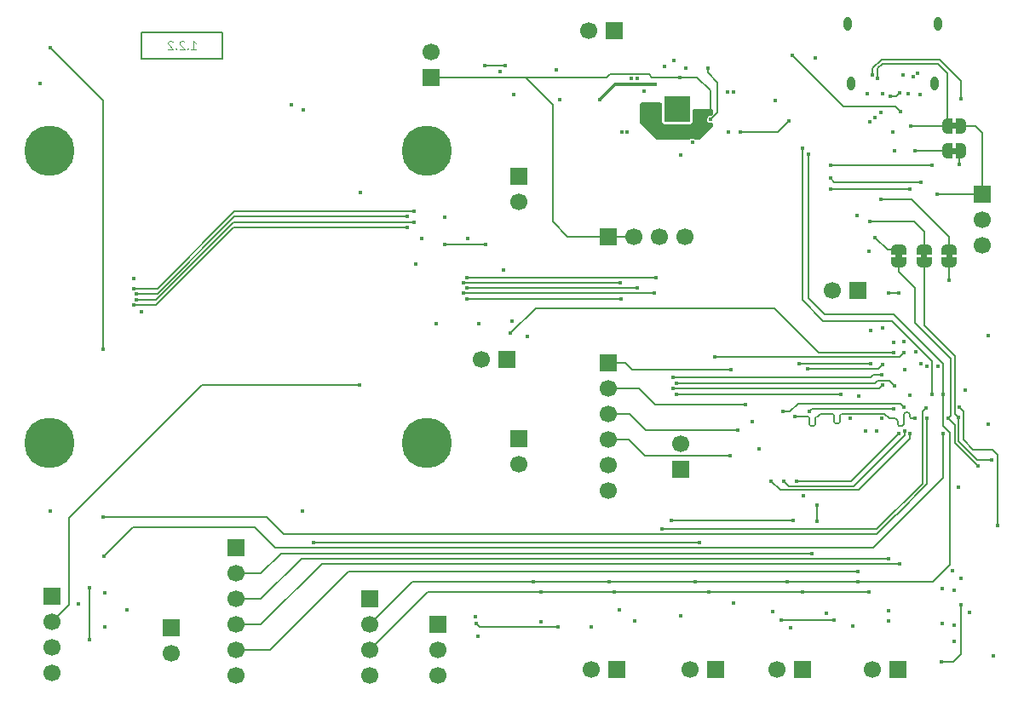
<source format=gbr>
%TF.GenerationSoftware,KiCad,Pcbnew,9.0.6+1*%
%TF.CreationDate,2025-12-31T10:00:21+00:00*%
%TF.ProjectId,ZSWatch-Watch-DevKit,5a535761-7463-4682-9d57-617463682d44,1.2.2*%
%TF.SameCoordinates,Original*%
%TF.FileFunction,Copper,L4,Bot*%
%TF.FilePolarity,Positive*%
%FSLAX46Y46*%
G04 Gerber Fmt 4.6, Leading zero omitted, Abs format (unit mm)*
G04 Created by KiCad (PCBNEW 9.0.6+1) date 2025-12-31 10:00:21*
%MOMM*%
%LPD*%
G01*
G04 APERTURE LIST*
G04 Aperture macros list*
%AMFreePoly0*
4,1,23,0.500000,-0.750000,0.000000,-0.750000,0.000000,-0.745722,-0.065263,-0.745722,-0.191342,-0.711940,-0.304381,-0.646677,-0.396677,-0.554381,-0.461940,-0.441342,-0.495722,-0.315263,-0.495722,-0.250000,-0.500000,-0.250000,-0.500000,0.250000,-0.495722,0.250000,-0.495722,0.315263,-0.461940,0.441342,-0.396677,0.554381,-0.304381,0.646677,-0.191342,0.711940,-0.065263,0.745722,0.000000,0.745722,
0.000000,0.750000,0.500000,0.750000,0.500000,-0.750000,0.500000,-0.750000,$1*%
%AMFreePoly1*
4,1,23,0.000000,0.745722,0.065263,0.745722,0.191342,0.711940,0.304381,0.646677,0.396677,0.554381,0.461940,0.441342,0.495722,0.315263,0.495722,0.250000,0.500000,0.250000,0.500000,-0.250000,0.495722,-0.250000,0.495722,-0.315263,0.461940,-0.441342,0.396677,-0.554381,0.304381,-0.646677,0.191342,-0.711940,0.065263,-0.745722,0.000000,-0.745722,0.000000,-0.750000,-0.500000,-0.750000,
-0.500000,0.750000,0.000000,0.750000,0.000000,0.745722,0.000000,0.745722,$1*%
G04 Aperture macros list end*
%TA.AperFunction,NonConductor*%
%ADD10C,0.200000*%
%TD*%
%ADD11C,0.120000*%
%TA.AperFunction,NonConductor*%
%ADD12C,0.120000*%
%TD*%
%TA.AperFunction,EtchedComponent*%
%ADD13C,0.000000*%
%TD*%
%TA.AperFunction,ComponentPad*%
%ADD14R,1.700000X1.700000*%
%TD*%
%TA.AperFunction,ComponentPad*%
%ADD15C,1.700000*%
%TD*%
%TA.AperFunction,ComponentPad*%
%ADD16C,0.500000*%
%TD*%
%TA.AperFunction,SMDPad,CuDef*%
%ADD17R,2.500000X2.500000*%
%TD*%
%TA.AperFunction,ComponentPad*%
%ADD18C,2.900000*%
%TD*%
%TA.AperFunction,ConnectorPad*%
%ADD19C,5.000000*%
%TD*%
%TA.AperFunction,HeatsinkPad*%
%ADD20O,0.800000X1.400000*%
%TD*%
%TA.AperFunction,SMDPad,CuDef*%
%ADD21FreePoly0,0.000000*%
%TD*%
%TA.AperFunction,SMDPad,CuDef*%
%ADD22FreePoly1,0.000000*%
%TD*%
%TA.AperFunction,SMDPad,CuDef*%
%ADD23FreePoly0,270.000000*%
%TD*%
%TA.AperFunction,SMDPad,CuDef*%
%ADD24FreePoly1,270.000000*%
%TD*%
%TA.AperFunction,ViaPad*%
%ADD25C,0.450000*%
%TD*%
%TA.AperFunction,Conductor*%
%ADD26C,0.200000*%
%TD*%
%TA.AperFunction,Conductor*%
%ADD27C,0.170000*%
%TD*%
%TA.AperFunction,Conductor*%
%ADD28C,0.127000*%
%TD*%
%TA.AperFunction,Conductor*%
%ADD29C,0.300000*%
%TD*%
G04 APERTURE END LIST*
D10*
X172100000Y-116200000D02*
X180200000Y-116200000D01*
X180200000Y-118800000D01*
X172100000Y-118800000D01*
X172100000Y-116200000D01*
D11*
D12*
X177064285Y-117863855D02*
X177521428Y-117863855D01*
X177292856Y-117863855D02*
X177292856Y-117063855D01*
X177292856Y-117063855D02*
X177369047Y-117178140D01*
X177369047Y-117178140D02*
X177445237Y-117254331D01*
X177445237Y-117254331D02*
X177521428Y-117292426D01*
X176721427Y-117787664D02*
X176683332Y-117825760D01*
X176683332Y-117825760D02*
X176721427Y-117863855D01*
X176721427Y-117863855D02*
X176759523Y-117825760D01*
X176759523Y-117825760D02*
X176721427Y-117787664D01*
X176721427Y-117787664D02*
X176721427Y-117863855D01*
X176378571Y-117140045D02*
X176340475Y-117101950D01*
X176340475Y-117101950D02*
X176264285Y-117063855D01*
X176264285Y-117063855D02*
X176073809Y-117063855D01*
X176073809Y-117063855D02*
X175997618Y-117101950D01*
X175997618Y-117101950D02*
X175959523Y-117140045D01*
X175959523Y-117140045D02*
X175921428Y-117216236D01*
X175921428Y-117216236D02*
X175921428Y-117292426D01*
X175921428Y-117292426D02*
X175959523Y-117406712D01*
X175959523Y-117406712D02*
X176416666Y-117863855D01*
X176416666Y-117863855D02*
X175921428Y-117863855D01*
X175578570Y-117787664D02*
X175540475Y-117825760D01*
X175540475Y-117825760D02*
X175578570Y-117863855D01*
X175578570Y-117863855D02*
X175616666Y-117825760D01*
X175616666Y-117825760D02*
X175578570Y-117787664D01*
X175578570Y-117787664D02*
X175578570Y-117863855D01*
X175235714Y-117140045D02*
X175197618Y-117101950D01*
X175197618Y-117101950D02*
X175121428Y-117063855D01*
X175121428Y-117063855D02*
X174930952Y-117063855D01*
X174930952Y-117063855D02*
X174854761Y-117101950D01*
X174854761Y-117101950D02*
X174816666Y-117140045D01*
X174816666Y-117140045D02*
X174778571Y-117216236D01*
X174778571Y-117216236D02*
X174778571Y-117292426D01*
X174778571Y-117292426D02*
X174816666Y-117406712D01*
X174816666Y-117406712D02*
X175273809Y-117863855D01*
X175273809Y-117863855D02*
X174778571Y-117863855D01*
D13*
%TA.AperFunction,EtchedComponent*%
%TO.C,JP605*%
G36*
X253150000Y-128300000D02*
G01*
X252650000Y-128300000D01*
X252650000Y-127700000D01*
X253150000Y-127700000D01*
X253150000Y-128300000D01*
G37*
%TD.AperFunction*%
%TA.AperFunction,EtchedComponent*%
%TO.C,JP602*%
G36*
X250200000Y-138700000D02*
G01*
X249600000Y-138700000D01*
X249600000Y-138200000D01*
X250200000Y-138200000D01*
X250200000Y-138700000D01*
G37*
%TD.AperFunction*%
%TA.AperFunction,EtchedComponent*%
%TO.C,JP604*%
G36*
X253150000Y-125800000D02*
G01*
X252650000Y-125800000D01*
X252650000Y-125200000D01*
X253150000Y-125200000D01*
X253150000Y-125800000D01*
G37*
%TD.AperFunction*%
%TA.AperFunction,EtchedComponent*%
%TO.C,JP603*%
G36*
X252700000Y-138700000D02*
G01*
X252100000Y-138700000D01*
X252100000Y-138200000D01*
X252700000Y-138200000D01*
X252700000Y-138700000D01*
G37*
%TD.AperFunction*%
%TA.AperFunction,EtchedComponent*%
%TO.C,JP601*%
G36*
X247700000Y-138700000D02*
G01*
X247100000Y-138700000D01*
X247100000Y-138200000D01*
X247700000Y-138200000D01*
X247700000Y-138700000D01*
G37*
%TD.AperFunction*%
%TD*%
D14*
%TO.P,X508,1,Pin_1*%
%TO.N,/Project Architecture/Power Management/VSYS*%
X200900000Y-120700000D03*
D15*
%TO.P,X508,2,Pin_2*%
%TO.N,Net-(IC505-VDD)*%
X200900000Y-118160000D03*
%TD*%
D16*
%TO.P,IC401,33,GND*%
%TO.N,GND*%
X224387790Y-122830400D03*
X224387790Y-123830400D03*
X224387790Y-124830400D03*
X225387790Y-122830400D03*
X225387790Y-123830400D03*
D17*
X225387790Y-123830400D03*
D16*
X225387790Y-124830400D03*
X226387790Y-122830400D03*
X226387790Y-123830400D03*
X226387790Y-124830400D03*
%TD*%
D14*
%TO.P,X503,1,Pin_1*%
%TO.N,/Project Architecture/Peripherals/VMIC*%
X175100000Y-175400000D03*
D15*
%TO.P,X503,2,Pin_2*%
%TO.N,Net-(MK501-VDD)*%
X175100000Y-177940000D03*
%TD*%
D18*
%TO.P,REF\u002A\u002A,1*%
%TO.N,N/C*%
X200500000Y-157000000D03*
D19*
X200500000Y-157000000D03*
%TD*%
D14*
%TO.P,X610,1,Pin_1*%
%TO.N,+3V0*%
X209600000Y-156600000D03*
D15*
%TO.P,X610,2,Pin_2*%
%TO.N,Net-(X608-LEDA1)*%
X209600000Y-159140000D03*
%TD*%
D14*
%TO.P,X403,1,Pin_1*%
%TO.N,+1V8*%
X163200000Y-172220000D03*
D15*
%TO.P,X403,2,Pin_2*%
%TO.N,+3V0*%
X163200000Y-174760000D03*
%TO.P,X403,3,Pin_3*%
%TO.N,/Project Architecture/Power Management/VSYS*%
X163200000Y-177300000D03*
%TO.P,X403,4,Pin_4*%
%TO.N,GND*%
X163200000Y-179840000D03*
%TD*%
D14*
%TO.P,X504,1,Pin_1*%
%TO.N,+1V8*%
X194800000Y-172490000D03*
D15*
%TO.P,X504,2,Pin_2*%
%TO.N,/Project Architecture/MCU/SDA*%
X194800000Y-175030000D03*
%TO.P,X504,3,Pin_3*%
%TO.N,/Project Architecture/MCU/SCL*%
X194800000Y-177570000D03*
%TO.P,X504,4,Pin_4*%
%TO.N,GND*%
X194800000Y-180110000D03*
%TD*%
D14*
%TO.P,X606,1,Pin_1*%
%TO.N,+1V8*%
X225700000Y-159640000D03*
D15*
%TO.P,X606,2,Pin_2*%
%TO.N,Net-(IC603-VCC)*%
X225700000Y-157100000D03*
%TD*%
D14*
%TO.P,X401,1,Pin_1*%
%TO.N,/Project Architecture/Peripherals/VBAT*%
X219100000Y-116000000D03*
D15*
%TO.P,X401,2,Pin_2*%
%TO.N,GND*%
X216560000Y-116000000D03*
%TD*%
D14*
%TO.P,X501,1,Pin_1*%
%TO.N,+1V8*%
X229200000Y-179500000D03*
D15*
%TO.P,X501,2,Pin_2*%
%TO.N,Net-(IC501-VDD)*%
X226660000Y-179500000D03*
%TD*%
D14*
%TO.P,X502,1,Pin_1*%
%TO.N,+1V8*%
X181500000Y-167460000D03*
D15*
%TO.P,X502,2,Pin_2*%
%TO.N,/Project Architecture/MCU/MCLK*%
X181500000Y-170000000D03*
%TO.P,X502,3,Pin_3*%
%TO.N,/Project Architecture/MCU/WS*%
X181500000Y-172540000D03*
%TO.P,X502,4,Pin_4*%
%TO.N,/Project Architecture/MCU/Data*%
X181500000Y-175080000D03*
%TO.P,X502,5,Pin_5*%
%TO.N,/Project Architecture/MCU/GPIO*%
X181500000Y-177620000D03*
%TO.P,X502,6,Pin_6*%
%TO.N,GND*%
X181500000Y-180160000D03*
%TD*%
D14*
%TO.P,X506,1,Pin_1*%
%TO.N,+1V8*%
X237840000Y-179500000D03*
D15*
%TO.P,X506,2,Pin_2*%
%TO.N,Net-(IC503-VDD)*%
X235300000Y-179500000D03*
%TD*%
D14*
%TO.P,X607,1,Pin_1*%
%TO.N,+1V8*%
X209600000Y-130525000D03*
D15*
%TO.P,X607,2,Pin_2*%
%TO.N,Net-(X607-Pin_2)*%
X209600000Y-133065000D03*
%TD*%
D14*
%TO.P,X505,1,Pin_1*%
%TO.N,+1V8*%
X219340000Y-179500000D03*
D15*
%TO.P,X505,2,Pin_2*%
%TO.N,Net-(IC502-VDD)*%
X216800000Y-179500000D03*
%TD*%
D14*
%TO.P,X604,1,Pin_1*%
%TO.N,TxD*%
X255700000Y-132270000D03*
D15*
%TO.P,X604,2,Pin_2*%
%TO.N,RxD*%
X255700000Y-134810000D03*
%TO.P,X604,3,Pin_3*%
%TO.N,GND*%
X255700000Y-137350000D03*
%TD*%
D14*
%TO.P,X507,1,Pin_1*%
%TO.N,+1V8*%
X247300000Y-179500000D03*
D15*
%TO.P,X507,2,Pin_2*%
%TO.N,Net-(IC504-VDD)*%
X244760000Y-179500000D03*
%TD*%
D20*
%TO.P,X603,S1,SHIELD*%
%TO.N,GND*%
X251290000Y-115360000D03*
X250930000Y-121310000D03*
X242670000Y-121310000D03*
X242310000Y-115360000D03*
%TD*%
D14*
%TO.P,X609,1,Pin_1*%
%TO.N,+3V0*%
X208475000Y-148700000D03*
D15*
%TO.P,X609,2,Pin_2*%
%TO.N,Net-(X608-CTP-VDD)*%
X205935000Y-148700000D03*
%TD*%
D14*
%TO.P,X404,1,Pin_1*%
%TO.N,/Project Architecture/Power Management/VSYS*%
X218500000Y-136500000D03*
D15*
%TO.P,X404,2,Pin_2*%
X221040000Y-136500000D03*
%TO.P,X404,3,Pin_3*%
%TO.N,GND*%
X223580000Y-136500000D03*
%TO.P,X404,4,Pin_4*%
X226120000Y-136500000D03*
%TD*%
D18*
%TO.P,REF\u002A\u002A,1*%
%TO.N,N/C*%
X163000000Y-157000000D03*
D19*
X163000000Y-157000000D03*
%TD*%
D18*
%TO.P,REF\u002A\u002A,1*%
%TO.N,N/C*%
X200500000Y-128000000D03*
D19*
X200500000Y-128000000D03*
%TD*%
D14*
%TO.P,X510,1,Pin_1*%
%TO.N,/Project Architecture/Peripherals/VBAT*%
X201600000Y-175020000D03*
D15*
%TO.P,X510,2,Pin_2*%
%TO.N,Net-(IC507-V_{DD})*%
X201600000Y-177560000D03*
%TO.P,X510,3,Pin_3*%
%TO.N,/Project Architecture/Power Management/VSYS*%
X201600000Y-180100000D03*
%TD*%
D14*
%TO.P,X605,1,Pin_1*%
%TO.N,Net-(M601B-P0.22)*%
X218500000Y-149050000D03*
D15*
%TO.P,X605,2,Pin_2*%
%TO.N,Net-(M601B-P0.05{slash}AIN1)*%
X218500000Y-151590000D03*
%TO.P,X605,3,Pin_3*%
%TO.N,Net-(M601B-P0.04{slash}AIN0)*%
X218500000Y-154130000D03*
%TO.P,X605,4,Pin_4*%
%TO.N,Net-(M601C-P1.14)*%
X218500000Y-156670000D03*
%TO.P,X605,5,Pin_5*%
%TO.N,GND*%
X218500000Y-159210000D03*
%TO.P,X605,6,Pin_6*%
%TO.N,+1V8*%
X218500000Y-161750000D03*
%TD*%
D18*
%TO.P,REF\u002A\u002A,1*%
%TO.N,N/C*%
X163000000Y-128000000D03*
D19*
X163000000Y-128000000D03*
%TD*%
D14*
%TO.P,X602,1,Pin_1*%
%TO.N,+1V8*%
X243300000Y-141900000D03*
D15*
%TO.P,X602,2,Pin_2*%
%TO.N,Net-(M601A-VDDH)*%
X240760000Y-141900000D03*
%TD*%
D21*
%TO.P,JP605,1,A*%
%TO.N,Net-(JP605-A)*%
X252250000Y-128000000D03*
D22*
%TO.P,JP605,2,B*%
%TO.N,RxD*%
X253550000Y-128000000D03*
%TD*%
D23*
%TO.P,JP602,1,A*%
%TO.N,Net-(JP602-A)*%
X249900000Y-137800000D03*
D24*
%TO.P,JP602,2,B*%
%TO.N,SWDCLK*%
X249900000Y-139100000D03*
%TD*%
D21*
%TO.P,JP604,1,A*%
%TO.N,Net-(JP604-A)*%
X252250000Y-125500000D03*
D22*
%TO.P,JP604,2,B*%
%TO.N,TxD*%
X253550000Y-125500000D03*
%TD*%
D23*
%TO.P,JP603,1,A*%
%TO.N,Net-(JP603-A)*%
X252400000Y-137800000D03*
D24*
%TO.P,JP603,2,B*%
%TO.N,RESETn*%
X252400000Y-139100000D03*
%TD*%
D23*
%TO.P,JP601,1,A*%
%TO.N,Net-(JP601-A)*%
X247400000Y-137800000D03*
D24*
%TO.P,JP601,2,B*%
%TO.N,SWDIO*%
X247400000Y-139100000D03*
%TD*%
D25*
%TO.N,GND*%
X224100000Y-119600000D03*
X202295000Y-134600000D03*
X219600000Y-173600000D03*
X225700000Y-128380000D03*
X168485000Y-175300000D03*
X165900000Y-173020000D03*
X252900000Y-171625000D03*
X168485000Y-171900000D03*
X230390620Y-122145000D03*
X170700000Y-173575000D03*
X232800000Y-154880000D03*
X205600000Y-176220000D03*
X242800000Y-175200000D03*
X163100000Y-163750000D03*
X236620000Y-175400000D03*
X171347500Y-140700000D03*
X252900000Y-176775000D03*
X211800000Y-174774531D03*
X244600000Y-145825000D03*
X240200000Y-173975000D03*
X248000000Y-149700000D03*
X222063600Y-122063400D03*
X244100000Y-155800000D03*
X220387200Y-126138400D03*
X254000003Y-151800000D03*
X249550000Y-122400000D03*
X243275000Y-134400000D03*
X251700000Y-171500000D03*
X246400000Y-173700000D03*
X246800000Y-126100000D03*
X207800000Y-120120000D03*
X172147500Y-144000000D03*
X210500000Y-146400000D03*
X220793600Y-120819400D03*
X231000000Y-172900000D03*
X230990620Y-122145000D03*
X162025000Y-121325000D03*
X253300000Y-161390000D03*
X244300000Y-122300000D03*
X230479410Y-126138400D03*
X209100000Y-122350000D03*
X188100000Y-163750000D03*
X205700000Y-145137500D03*
X221180000Y-174680000D03*
X234845000Y-173755000D03*
X226200000Y-119800000D03*
X246400000Y-174700000D03*
X219879410Y-126138400D03*
X199987500Y-136700000D03*
X221428600Y-120819400D03*
X204587500Y-136700000D03*
X208980000Y-144900000D03*
X256300000Y-146350003D03*
X216832500Y-175332500D03*
X256300000Y-155150003D03*
X205355000Y-174265000D03*
X201400000Y-145137500D03*
X252900000Y-175125000D03*
X256800000Y-178200000D03*
X237900000Y-162250000D03*
X225700000Y-174200000D03*
X233500000Y-157650000D03*
X251690000Y-175000000D03*
X187025000Y-123400000D03*
%TO.N,/Project Architecture/Peripherals/VBAT*%
X228400000Y-119800000D03*
X228677316Y-124869129D03*
%TO.N,DISPLAY-BLK*%
X208812500Y-146087500D03*
X246881356Y-148023305D03*
%TO.N,QSPI-CS*%
X248500002Y-156100000D03*
X234700000Y-160800000D03*
%TO.N,QSPI-IO1*%
X247974002Y-155800000D03*
X236000000Y-160800000D03*
%TO.N,QSPI-IO2*%
X247400000Y-156100000D03*
X237200000Y-160800000D03*
%TO.N,QSPI-IO0*%
X238500000Y-153900000D03*
X246913051Y-153593475D03*
%TO.N,QSPI-CLK*%
X249044952Y-154600003D03*
X237081000Y-154351000D03*
%TO.N,QSPI-IO3*%
X247944949Y-153499999D03*
X235860000Y-153900000D03*
%TO.N,TOUCH-INT*%
X225000000Y-151600000D03*
X245750000Y-151294951D03*
%TO.N,TOUCH-SCL*%
X225300000Y-151100000D03*
X247000000Y-151325003D03*
%TO.N,TOUCH-SDA*%
X245744949Y-150200001D03*
X225000000Y-150500000D03*
%TO.N,TOUCH-RST*%
X229100000Y-148500000D03*
X247944951Y-148000000D03*
%TO.N,TOUCH-EN*%
X202295000Y-137300000D03*
X241600000Y-152200000D03*
X225300000Y-152200000D03*
X206300000Y-137300000D03*
%TO.N,RESETn*%
X244400000Y-137950000D03*
X253418644Y-153476695D03*
X252400000Y-140850000D03*
X257200000Y-165200000D03*
%TO.N,DISPLAY-CS*%
X204100000Y-141100000D03*
X219700000Y-141100000D03*
X243400000Y-152400000D03*
%TO.N,DISPLAY-CLK*%
X221400000Y-141600000D03*
X245200000Y-155800000D03*
X204500000Y-141600000D03*
%TO.N,+3V0*%
X224800000Y-164700000D03*
X208100000Y-139800000D03*
X236900000Y-164700000D03*
X199362500Y-139200000D03*
X254400000Y-173900000D03*
X213400000Y-119900000D03*
X193800000Y-151300000D03*
X213700000Y-122900000D03*
%TO.N,/Project Architecture/Power Management/VSYS*%
X228679410Y-124076400D03*
X225637790Y-120662210D03*
X222079410Y-123580400D03*
X231646620Y-126100000D03*
X236500000Y-125000000D03*
X252769644Y-169700000D03*
%TO.N,DISPLAY-DC*%
X219800000Y-142700000D03*
X242600000Y-154600000D03*
X204500000Y-142700000D03*
%TO.N,DISPLAY-RST*%
X223300000Y-140600000D03*
X204500000Y-140600000D03*
%TO.N,DISPLAY-DATA*%
X204100000Y-142100000D03*
X245744950Y-154600001D03*
X223100000Y-142100000D03*
%TO.N,/Project Architecture/MCU/PMIC-INT*%
X250700000Y-129400000D03*
X240600000Y-129400000D03*
%TO.N,/Project Architecture/MCU/USB-CC1*%
X236800000Y-118500000D03*
X247548187Y-124100000D03*
%TO.N,/Project Architecture/MCU/SW2*%
X227600000Y-166900000D03*
X189200000Y-166900000D03*
X226900000Y-127100000D03*
%TO.N,/Project Architecture/MCU/SDA*%
X236312500Y-170800000D03*
X251800000Y-152200000D03*
X243300000Y-170800000D03*
X227200000Y-170800000D03*
X238400000Y-128300000D03*
X218600000Y-170800000D03*
X211075000Y-170800000D03*
%TO.N,/Project Architecture/MCU/SCL*%
X244400000Y-171800000D03*
X211800000Y-171800000D03*
X237812500Y-171800000D03*
X250700000Y-152200000D03*
X228500000Y-171800000D03*
X219100000Y-171800000D03*
X237800000Y-127700000D03*
%TO.N,/Project Architecture/MCU/~{RTC-INT}*%
X205420000Y-175000000D03*
X213500000Y-175300000D03*
%TO.N,SWDCLK*%
X256600000Y-158700000D03*
X253325000Y-154475000D03*
%TO.N,SWDIO*%
X252318644Y-154576695D03*
X255300000Y-159300000D03*
%TO.N,/Project Architecture/MCU/BMI270-INT*%
X239300000Y-163200000D03*
X239300000Y-164800000D03*
%TO.N,/Project Architecture/MCU/LIS2MDL-INT*%
X248500000Y-152300000D03*
X235700000Y-174600000D03*
X241000000Y-174600000D03*
%TO.N,/Project Architecture/MCU/VIB-PWM*%
X240600000Y-130700000D03*
X249600000Y-131100000D03*
%TO.N,USB-D-*%
X247400000Y-142100000D03*
X246400000Y-142100000D03*
%TO.N,/Project Architecture/MCU/VIB-EN*%
X240600000Y-131800000D03*
X248500000Y-131800000D03*
%TO.N,TxD*%
X251226000Y-132270000D03*
%TO.N,/Project Architecture/MCU/D-*%
X247500000Y-122200000D03*
X246550000Y-122565184D03*
%TO.N,/Project Architecture/MCU/USB-VBUS-In*%
X251650000Y-178800000D03*
X235112500Y-122987500D03*
X239100000Y-118775000D03*
X253550000Y-173100000D03*
X253550000Y-170500000D03*
X247000000Y-128000000D03*
%TO.N,RxD*%
X253412500Y-129300000D03*
%TO.N,/Project Architecture/MCU/SW1*%
X188200000Y-123900000D03*
X223900000Y-165600000D03*
X250150000Y-153505049D03*
%TO.N,/Project Architecture/MCU/Data*%
X247500000Y-169000000D03*
X251300000Y-149400000D03*
%TO.N,/Project Architecture/MCU/SW4*%
X250181356Y-154576695D03*
X168300000Y-164400000D03*
X168300000Y-147700000D03*
X163100000Y-117750000D03*
%TO.N,/Project Architecture/MCU/SW3*%
X251800000Y-156100000D03*
X168400000Y-168250000D03*
%TO.N,/Project Architecture/MCU/MIC-CLK*%
X238300000Y-149650000D03*
X245813051Y-149193475D03*
%TO.N,/Project Architecture/MCU/WS*%
X246400000Y-168500000D03*
X250200000Y-149400000D03*
%TO.N,/Project Architecture/MCU/MIC-DATA*%
X244644950Y-149100001D03*
X167000000Y-176600000D03*
X167000000Y-171400000D03*
X237500000Y-149100000D03*
%TO.N,/Project Architecture/MCU/MCLK*%
X238800000Y-168000000D03*
X249600000Y-149100000D03*
%TO.N,Net-(IC604-B1)*%
X171347500Y-143300000D03*
X198587500Y-135600000D03*
%TO.N,Net-(IC604-B3)*%
X171647500Y-142200000D03*
X198587500Y-134500000D03*
%TO.N,Net-(IC604-B2)*%
X171647500Y-142800000D03*
X199187500Y-135100000D03*
%TO.N,Net-(IC604-B4)*%
X171347500Y-141700000D03*
X199187500Y-134000000D03*
%TO.N,Net-(M601C-P1.14)*%
X249081356Y-147976695D03*
X230600000Y-158300000D03*
%TO.N,Net-(M601B-P0.05{slash}AIN1)*%
X247944950Y-146900001D03*
X232200000Y-153220000D03*
%TO.N,Net-(M601B-P0.04{slash}AIN0)*%
X246913051Y-146993475D03*
X231400000Y-155760000D03*
%TO.N,Net-(M601B-P0.22)*%
X245774000Y-145600000D03*
X230700000Y-149700000D03*
%TO.N,Net-(X608-CTP-VDD)*%
X193900000Y-132100000D03*
%TO.N,Net-(IC505-VDD)*%
X206275000Y-119500000D03*
X208280000Y-119500000D03*
%TO.N,Net-(IC401-VOUT2)*%
X223206600Y-121380400D03*
X217697000Y-122900000D03*
%TO.N,/Project Architecture/Peripherals/VMIC*%
X225060000Y-119000000D03*
%TO.N,/Project Architecture/MCU/GPIO*%
X243300000Y-169800000D03*
%TO.N,Net-(JP601-A)*%
X245050000Y-124650000D03*
X248800000Y-120600000D03*
X245050000Y-136575000D03*
%TO.N,Net-(JP602-A)*%
X249300000Y-120300000D03*
X244550000Y-135000000D03*
X244550000Y-125100000D03*
%TO.N,Net-(JP603-A)*%
X245600000Y-132800000D03*
X247800000Y-120400000D03*
X245600000Y-124200000D03*
%TO.N,Net-(JP604-A)*%
X248550000Y-125500000D03*
X245300000Y-120800000D03*
%TO.N,Net-(JP605-A)*%
X249050000Y-128000000D03*
X244800000Y-120400000D03*
X253600000Y-122800000D03*
%TO.N,Net-(R603-Pad1)*%
X248300000Y-122300000D03*
X245800000Y-122300000D03*
%TD*%
D26*
%TO.N,/Project Architecture/Peripherals/VBAT*%
X228400000Y-120200000D02*
X229400000Y-121200000D01*
X229400000Y-124146445D02*
X228677316Y-124869129D01*
X228400000Y-119800000D02*
X228400000Y-120200000D01*
X229400000Y-121200000D02*
X229400000Y-124146445D01*
%TO.N,DISPLAY-BLK*%
X208812500Y-146087500D02*
X211300000Y-143600000D01*
X235000000Y-143600000D02*
X239423305Y-148023305D01*
X211300000Y-143600000D02*
X235000000Y-143600000D01*
X239423305Y-148023305D02*
X246881356Y-148023305D01*
%TO.N,QSPI-CS*%
X248500002Y-156599998D02*
X243400000Y-161700000D01*
X248500002Y-156100000D02*
X248500002Y-156599998D01*
X243400000Y-161700000D02*
X235600000Y-161700000D01*
X235600000Y-161700000D02*
X234700000Y-160800000D01*
%TO.N,QSPI-IO1*%
X247974002Y-156225998D02*
X242900000Y-161300000D01*
X242900000Y-161300000D02*
X236500000Y-161300000D01*
X236500000Y-161300000D02*
X236000000Y-160800000D01*
X247974002Y-155800000D02*
X247974002Y-156225998D01*
%TO.N,QSPI-IO2*%
X242700000Y-160800000D02*
X237200000Y-160800000D01*
X247400000Y-156100000D02*
X242700000Y-160800000D01*
%TO.N,QSPI-IO0*%
X238500000Y-153900000D02*
X238800000Y-153600000D01*
X238800000Y-153600000D02*
X246906526Y-153600000D01*
X246906526Y-153600000D02*
X246913051Y-153593475D01*
%TO.N,QSPI-CLK*%
X247295990Y-154840003D02*
X247295990Y-155118565D01*
X247895990Y-154360003D02*
X247895990Y-154231437D01*
X240600170Y-154100000D02*
X239600000Y-154100000D01*
X247895990Y-154840003D02*
X247895990Y-154360003D01*
X238269000Y-154351000D02*
X238149000Y-154351000D01*
X247895990Y-155118565D02*
X247895990Y-154840003D01*
X239109000Y-154591000D02*
X239109000Y-155111000D01*
X242450170Y-154100000D02*
X241800170Y-154100000D01*
X248855990Y-154600003D02*
X249044952Y-154600003D01*
X241320170Y-155100000D02*
X241200170Y-155100000D01*
X240960170Y-154860000D02*
X240960170Y-154340000D01*
X248735990Y-154600003D02*
X248855990Y-154600003D01*
X241560170Y-154340000D02*
X241560170Y-154860000D01*
X247535990Y-155358565D02*
X247655990Y-155358565D01*
X243100170Y-154100000D02*
X242450170Y-154100000D01*
X238149000Y-154351000D02*
X237084953Y-154351000D01*
X248495990Y-154231437D02*
X248495990Y-154360003D01*
X248135990Y-153991437D02*
X248255990Y-153991437D01*
X246500003Y-154600003D02*
X247055990Y-154600003D01*
X239600000Y-154100000D02*
X239349000Y-154351000D01*
X238869000Y-155351000D02*
X238749000Y-155351000D01*
X240720170Y-154100000D02*
X240600170Y-154100000D01*
X238509000Y-155111000D02*
X238509000Y-154591000D01*
X246000000Y-154100000D02*
X246500003Y-154600003D01*
X243100170Y-154100000D02*
X246000000Y-154100000D01*
X237084953Y-154351000D02*
X237081000Y-154351000D01*
X239349000Y-154351000D02*
G75*
G03*
X239109000Y-154591000I0J-240000D01*
G01*
X241800170Y-154100000D02*
G75*
G03*
X241560200Y-154340000I30J-240000D01*
G01*
X241560170Y-154860000D02*
G75*
G02*
X241320170Y-155099970I-239970J0D01*
G01*
X247055990Y-154600003D02*
G75*
G02*
X247295997Y-154840003I10J-239997D01*
G01*
X247295990Y-155118565D02*
G75*
G03*
X247535990Y-155358610I240010J-35D01*
G01*
X239109000Y-155111000D02*
G75*
G02*
X238869000Y-155351000I-240000J0D01*
G01*
X238749000Y-155351000D02*
G75*
G02*
X238509000Y-155111000I0J240000D01*
G01*
X240960170Y-154340000D02*
G75*
G03*
X240720170Y-154100030I-239970J0D01*
G01*
X238509000Y-154591000D02*
G75*
G03*
X238269000Y-154351000I-240000J0D01*
G01*
X247655990Y-155358565D02*
G75*
G03*
X247895965Y-155118565I10J239965D01*
G01*
X241200170Y-155100000D02*
G75*
G02*
X240960200Y-154860000I30J240000D01*
G01*
X247895990Y-154231437D02*
G75*
G02*
X248135990Y-153991390I240010J37D01*
G01*
X248495990Y-154360003D02*
G75*
G03*
X248735990Y-154600010I240010J3D01*
G01*
X248255990Y-153991437D02*
G75*
G02*
X248495963Y-154231437I10J-239963D01*
G01*
%TO.N,QSPI-IO3*%
X236600000Y-153900000D02*
X237400000Y-153100000D01*
X247544950Y-153100000D02*
X247944949Y-153499999D01*
X237400000Y-153100000D02*
X247544950Y-153100000D01*
X235860000Y-153900000D02*
X236600000Y-153900000D01*
%TO.N,TOUCH-INT*%
X225000000Y-151600000D02*
X245444951Y-151600000D01*
X245444951Y-151600000D02*
X245750000Y-151294951D01*
%TO.N,TOUCH-SCL*%
X225300000Y-151100000D02*
X245026000Y-151100000D01*
X245026000Y-151100000D02*
X245300000Y-150826000D01*
X245300000Y-150826000D02*
X246500997Y-150826000D01*
X246500997Y-150826000D02*
X247000000Y-151325003D01*
%TO.N,TOUCH-SDA*%
X244600000Y-150500000D02*
X225000000Y-150500000D01*
X245744949Y-150200001D02*
X244899999Y-150200001D01*
X244899999Y-150200001D02*
X244600000Y-150500000D01*
%TO.N,TOUCH-RST*%
X247444951Y-148500000D02*
X247944951Y-148000000D01*
X229100000Y-148500000D02*
X247444951Y-148500000D01*
%TO.N,TOUCH-EN*%
X206300000Y-137300000D02*
X202295000Y-137300000D01*
X225300000Y-152200000D02*
X241600000Y-152200000D01*
%TO.N,RESETn*%
X253800000Y-153858051D02*
X253418644Y-153476695D01*
X256700000Y-157700000D02*
X254800000Y-157700000D01*
X253800000Y-156700000D02*
X253800000Y-153858051D01*
X254800000Y-157700000D02*
X253800000Y-156700000D01*
X257200000Y-165200000D02*
X257200000Y-158200000D01*
X257200000Y-158200000D02*
X256700000Y-157700000D01*
X252400000Y-140850000D02*
X252400000Y-139100000D01*
%TO.N,DISPLAY-CS*%
X219700000Y-141100000D02*
X204100000Y-141100000D01*
%TO.N,DISPLAY-CLK*%
X204500000Y-141600000D02*
X221400000Y-141600000D01*
%TO.N,+3V0*%
X178100000Y-151300000D02*
X164900000Y-164500000D01*
X164900000Y-173060000D02*
X163200000Y-174760000D01*
X193800000Y-151300000D02*
X178100000Y-151300000D01*
X236900000Y-164700000D02*
X224800000Y-164700000D01*
X164900000Y-164500000D02*
X164900000Y-173060000D01*
%TO.N,/Project Architecture/Power Management/VSYS*%
X227362210Y-120662210D02*
X228679410Y-121979410D01*
X214500000Y-136500000D02*
X213000000Y-135000000D01*
X218500000Y-136500000D02*
X214500000Y-136500000D01*
X235400000Y-126100000D02*
X231646620Y-126100000D01*
X222862210Y-120662210D02*
X222568400Y-120368400D01*
X222568400Y-120368400D02*
X218700000Y-120368400D01*
X221040000Y-136500000D02*
X218500000Y-136500000D01*
X218368400Y-120700000D02*
X210300000Y-120700000D01*
X213000000Y-123400000D02*
X210300000Y-120700000D01*
X213000000Y-135000000D02*
X213000000Y-123400000D01*
X228679410Y-121979410D02*
X228679410Y-124076400D01*
X225637790Y-120662210D02*
X222862210Y-120662210D01*
X236500000Y-125000000D02*
X235400000Y-126100000D01*
X218700000Y-120368400D02*
X218368400Y-120700000D01*
X225637790Y-120662210D02*
X227362210Y-120662210D01*
X210300000Y-120700000D02*
X200900000Y-120700000D01*
%TO.N,DISPLAY-DC*%
X204500000Y-142700000D02*
X219800000Y-142700000D01*
%TO.N,DISPLAY-RST*%
X223300000Y-140600000D02*
X204500000Y-140600000D01*
%TO.N,DISPLAY-DATA*%
X223100000Y-142100000D02*
X204100000Y-142100000D01*
%TO.N,/Project Architecture/MCU/PMIC-INT*%
X250700000Y-129400000D02*
X240600000Y-129400000D01*
%TO.N,/Project Architecture/MCU/USB-CC1*%
X247048187Y-123600000D02*
X241900000Y-123600000D01*
X247548187Y-124100000D02*
X247048187Y-123600000D01*
X241900000Y-123600000D02*
X236800000Y-118500000D01*
%TO.N,/Project Architecture/MCU/SW2*%
X189200000Y-166900000D02*
X227600000Y-166900000D01*
%TO.N,/Project Architecture/MCU/SDA*%
X246900000Y-144200000D02*
X251800000Y-149100000D01*
X252500000Y-156000000D02*
X251800000Y-155300000D01*
X250800000Y-170800000D02*
X252500000Y-169100000D01*
X252500000Y-169100000D02*
X252500000Y-156000000D01*
X211075000Y-170800000D02*
X199030000Y-170800000D01*
X238400000Y-128300000D02*
X238400000Y-142600000D01*
X236312500Y-170800000D02*
X227200000Y-170800000D01*
X243300000Y-170800000D02*
X250800000Y-170800000D01*
X251800000Y-149100000D02*
X251800000Y-152200000D01*
X251800000Y-155300000D02*
X251800000Y-152200000D01*
X199030000Y-170800000D02*
X194800000Y-175030000D01*
X238400000Y-142600000D02*
X240000000Y-144200000D01*
X243300000Y-170800000D02*
X236312500Y-170800000D01*
X240000000Y-144200000D02*
X246900000Y-144200000D01*
X211075000Y-170800000D02*
X218600000Y-170800000D01*
X218600000Y-170800000D02*
X227200000Y-170800000D01*
%TO.N,/Project Architecture/MCU/SCL*%
X250700000Y-148900000D02*
X246700000Y-144900000D01*
X200570000Y-171800000D02*
X194800000Y-177570000D01*
X211800000Y-171800000D02*
X200570000Y-171800000D01*
X246700000Y-144900000D02*
X239900000Y-144900000D01*
X239900000Y-144900000D02*
X237800000Y-142800000D01*
X244400000Y-171800000D02*
X237812500Y-171800000D01*
X250700000Y-152200000D02*
X250700000Y-148900000D01*
X211800000Y-171800000D02*
X219100000Y-171800000D01*
X228500000Y-171800000D02*
X237812500Y-171800000D01*
X228500000Y-171800000D02*
X219100000Y-171800000D01*
X237800000Y-142800000D02*
X237800000Y-127700000D01*
%TO.N,/Project Architecture/MCU/~{RTC-INT}*%
X205720000Y-175300000D02*
X213500000Y-175300000D01*
X205420000Y-175000000D02*
X205720000Y-175300000D01*
%TO.N,SWDCLK*%
X249900000Y-139100000D02*
X249900000Y-145300000D01*
X255200000Y-158700000D02*
X253325000Y-156825000D01*
X249900000Y-145300000D02*
X252967644Y-148367644D01*
X253325000Y-156825000D02*
X253325000Y-154475000D01*
X252967644Y-148367644D02*
X252967644Y-154117644D01*
X256600000Y-158700000D02*
X255200000Y-158700000D01*
X252967644Y-154117644D02*
X253325000Y-154475000D01*
%TO.N,SWDIO*%
X252574000Y-148674000D02*
X252574000Y-154321339D01*
X247400000Y-139100000D02*
X247400000Y-140000000D01*
X253000000Y-155258051D02*
X252318644Y-154576695D01*
X249000000Y-145100000D02*
X252574000Y-148674000D01*
X252574000Y-154321339D02*
X252318644Y-154576695D01*
X249000000Y-141600000D02*
X249000000Y-145100000D01*
X253000000Y-157000000D02*
X253000000Y-155258051D01*
X255300000Y-159300000D02*
X253000000Y-157000000D01*
X247400000Y-140000000D02*
X249000000Y-141600000D01*
%TO.N,/Project Architecture/MCU/BMI270-INT*%
X239300000Y-163200000D02*
X239300000Y-164800000D01*
%TO.N,/Project Architecture/MCU/LIS2MDL-INT*%
X235700000Y-174600000D02*
X241000000Y-174600000D01*
%TO.N,/Project Architecture/MCU/VIB-PWM*%
X240600000Y-130700000D02*
X241000000Y-131100000D01*
X241000000Y-131100000D02*
X249600000Y-131100000D01*
D27*
%TO.N,USB-D-*%
X247400000Y-142100000D02*
X246400000Y-142100000D01*
D26*
%TO.N,/Project Architecture/MCU/VIB-EN*%
X248500000Y-131800000D02*
X240600000Y-131800000D01*
%TO.N,TxD*%
X255000000Y-125500000D02*
X253550000Y-125500000D01*
X255700000Y-132270000D02*
X255700000Y-126200000D01*
X251226000Y-132270000D02*
X255700000Y-132270000D01*
X255700000Y-126200000D02*
X255000000Y-125500000D01*
D28*
%TO.N,/Project Architecture/MCU/D-*%
X247134816Y-122565184D02*
X247500000Y-122200000D01*
X246550000Y-122565184D02*
X247134816Y-122565184D01*
D27*
%TO.N,/Project Architecture/MCU/USB-VBUS-In*%
X253550000Y-178050000D02*
X253550000Y-173100000D01*
X252800000Y-178800000D02*
X253550000Y-178050000D01*
X251650000Y-178800000D02*
X252800000Y-178800000D01*
D26*
%TO.N,RxD*%
X253412500Y-128000000D02*
X253412500Y-129300000D01*
X253412500Y-128000000D02*
X253412500Y-128362500D01*
%TO.N,/Project Architecture/MCU/SW1*%
X223900000Y-165600000D02*
X245200000Y-165600000D01*
X245200000Y-165600000D02*
X249730356Y-161069644D01*
X249730356Y-153924693D02*
X250150000Y-153505049D01*
X249730356Y-161069644D02*
X249730356Y-153924693D01*
%TO.N,/Project Architecture/MCU/Data*%
X181500000Y-175080000D02*
X184020000Y-175080000D01*
X184020000Y-175080000D02*
X190100000Y-169000000D01*
X190100000Y-169000000D02*
X247500000Y-169000000D01*
%TO.N,/Project Architecture/MCU/SW4*%
X190800000Y-166100000D02*
X245161034Y-166100000D01*
X247200000Y-164100000D02*
X250181356Y-161118644D01*
X186300000Y-166100000D02*
X184600000Y-164400000D01*
X168300000Y-122950000D02*
X163100000Y-117750000D01*
X250181356Y-161118644D02*
X250181356Y-154576695D01*
X168300000Y-147700000D02*
X168300000Y-122950000D01*
X184600000Y-164400000D02*
X168300000Y-164400000D01*
X247161034Y-164100000D02*
X247200000Y-164100000D01*
X245161034Y-166100000D02*
X247161034Y-164100000D01*
X190800000Y-166100000D02*
X186300000Y-166100000D01*
%TO.N,/Project Architecture/MCU/SW3*%
X251800000Y-160500000D02*
X244900000Y-167400000D01*
X183400000Y-165400000D02*
X171250000Y-165400000D01*
X171250000Y-165400000D02*
X168400000Y-168250000D01*
X185400000Y-167400000D02*
X183400000Y-165400000D01*
X244900000Y-167400000D02*
X185400000Y-167400000D01*
X251800000Y-156100000D02*
X251800000Y-160500000D01*
%TO.N,/Project Architecture/MCU/MIC-CLK*%
X238300000Y-149650000D02*
X245356526Y-149650000D01*
X245356526Y-149650000D02*
X245813051Y-149193475D01*
%TO.N,/Project Architecture/MCU/WS*%
X188060000Y-168500000D02*
X246400000Y-168500000D01*
X184020000Y-172540000D02*
X188060000Y-168500000D01*
X181500000Y-172540000D02*
X184020000Y-172540000D01*
%TO.N,/Project Architecture/MCU/MIC-DATA*%
X237500000Y-149100000D02*
X244644949Y-149100000D01*
X244644949Y-149100000D02*
X244644950Y-149100001D01*
X167000000Y-176600000D02*
X167000000Y-171400000D01*
%TO.N,/Project Architecture/MCU/MCLK*%
X181500000Y-170000000D02*
X184020000Y-170000000D01*
X186020000Y-168000000D02*
X238800000Y-168000000D01*
X184020000Y-170000000D02*
X186020000Y-168000000D01*
%TO.N,Net-(IC604-B1)*%
X181261034Y-135600000D02*
X198587500Y-135600000D01*
X181261034Y-135600000D02*
X173561034Y-143300000D01*
X173561034Y-143300000D02*
X171347500Y-143300000D01*
%TO.N,Net-(IC604-B3)*%
X181400000Y-134500000D02*
X173700000Y-142200000D01*
X173700000Y-142200000D02*
X171647500Y-142200000D01*
X181400000Y-134500000D02*
X198587500Y-134500000D01*
%TO.N,Net-(IC604-B2)*%
X173600000Y-142800000D02*
X171647500Y-142800000D01*
X181300000Y-135100000D02*
X199187500Y-135100000D01*
X181300000Y-135100000D02*
X173600000Y-142800000D01*
%TO.N,Net-(IC604-B4)*%
X181400000Y-134000000D02*
X199187500Y-134000000D01*
X181400000Y-134000000D02*
X173700000Y-141700000D01*
X173700000Y-141700000D02*
X171347500Y-141700000D01*
%TO.N,Net-(M601C-P1.14)*%
X220570000Y-156670000D02*
X222200000Y-158300000D01*
X222200000Y-158300000D02*
X230600000Y-158300000D01*
X218500000Y-156670000D02*
X220570000Y-156670000D01*
%TO.N,Net-(M601B-P0.05{slash}AIN1)*%
X221590000Y-151590000D02*
X218500000Y-151590000D01*
X232200000Y-153220000D02*
X223220000Y-153220000D01*
X223220000Y-153220000D02*
X221590000Y-151590000D01*
%TO.N,Net-(M601B-P0.04{slash}AIN0)*%
X220630000Y-154130000D02*
X218500000Y-154130000D01*
X231400000Y-155760000D02*
X222260000Y-155760000D01*
X222260000Y-155760000D02*
X220630000Y-154130000D01*
%TO.N,Net-(M601B-P0.22)*%
X218500000Y-149050000D02*
X220250000Y-149050000D01*
X220250000Y-149050000D02*
X220900000Y-149700000D01*
X220900000Y-149700000D02*
X230700000Y-149700000D01*
%TO.N,Net-(IC505-VDD)*%
X206275000Y-119500000D02*
X208280000Y-119500000D01*
D29*
%TO.N,Net-(IC401-VOUT2)*%
X217697000Y-122900000D02*
X219218600Y-121378400D01*
X223204600Y-121378400D02*
X223206600Y-121380400D01*
X219218600Y-121378400D02*
X223204600Y-121378400D01*
D26*
%TO.N,/Project Architecture/MCU/GPIO*%
X243300000Y-169800000D02*
X192700000Y-169800000D01*
X184880000Y-177620000D02*
X181500000Y-177620000D01*
X192700000Y-169800000D02*
X184880000Y-177620000D01*
%TO.N,Net-(JP601-A)*%
X245050000Y-136575000D02*
X246275000Y-137800000D01*
X246275000Y-137800000D02*
X247400000Y-137800000D01*
%TO.N,Net-(JP602-A)*%
X249900000Y-137800000D02*
X249900000Y-135987500D01*
X248912500Y-135000000D02*
X244550000Y-135000000D01*
X249900000Y-135987500D02*
X248912500Y-135000000D01*
%TO.N,Net-(JP603-A)*%
X248700000Y-132800000D02*
X252400000Y-136500000D01*
X245600000Y-132800000D02*
X248700000Y-132800000D01*
X252400000Y-136500000D02*
X252400000Y-137800000D01*
%TO.N,Net-(JP604-A)*%
X251300000Y-119300000D02*
X252250000Y-120250000D01*
X245300000Y-119800000D02*
X245800000Y-119300000D01*
X252250000Y-120250000D02*
X252250000Y-125500000D01*
X248550000Y-125500000D02*
X252250000Y-125500000D01*
X245300000Y-120800000D02*
X245300000Y-119800000D01*
X245800000Y-119300000D02*
X251300000Y-119300000D01*
%TO.N,Net-(JP605-A)*%
X244800000Y-119800000D02*
X245700000Y-118900000D01*
X244800000Y-120400000D02*
X244800000Y-119800000D01*
X251500000Y-118900000D02*
X253600000Y-121000000D01*
X245700000Y-118900000D02*
X251500000Y-118900000D01*
X249050000Y-128000000D02*
X252250000Y-128000000D01*
X253600000Y-121000000D02*
X253600000Y-122800000D01*
%TD*%
%TA.AperFunction,Conductor*%
%TO.N,/Project Architecture/Power Management/VSYS*%
G36*
X223798829Y-123207085D02*
G01*
X223844584Y-123259889D01*
X223855790Y-123311400D01*
X223855790Y-125092400D01*
X224109790Y-125346400D01*
X226649790Y-125346400D01*
X226903790Y-125092400D01*
X226903790Y-123946400D01*
X226923475Y-123879361D01*
X226976279Y-123833606D01*
X227027790Y-123822400D01*
X228815320Y-123822400D01*
X228882359Y-123842085D01*
X228928114Y-123894889D01*
X228939319Y-123945824D01*
X228940650Y-124232119D01*
X228932064Y-124261868D01*
X228925484Y-124292121D01*
X228921985Y-124296794D01*
X228921277Y-124299249D01*
X228904333Y-124320375D01*
X228744402Y-124480309D01*
X228683079Y-124513795D01*
X228656720Y-124516629D01*
X228630908Y-124516629D01*
X228541255Y-124540651D01*
X228460876Y-124587059D01*
X228460873Y-124587061D01*
X228395248Y-124652686D01*
X228395246Y-124652689D01*
X228348838Y-124733068D01*
X228348838Y-124733069D01*
X228324816Y-124822721D01*
X228324816Y-124915537D01*
X228348838Y-125005189D01*
X228395246Y-125085569D01*
X228460876Y-125151199D01*
X228541256Y-125197607D01*
X228630908Y-125221629D01*
X228630910Y-125221629D01*
X228723722Y-125221629D01*
X228723724Y-125221629D01*
X228789635Y-125203968D01*
X228814345Y-125204556D01*
X228838803Y-125200923D01*
X228848667Y-125205372D01*
X228859483Y-125205630D01*
X228879956Y-125219486D01*
X228902493Y-125229652D01*
X228908384Y-125238725D01*
X228917346Y-125244791D01*
X228927078Y-125267518D01*
X228940541Y-125288253D01*
X228942975Y-125304639D01*
X228944851Y-125309020D01*
X228945727Y-125323164D01*
X228946197Y-125424051D01*
X228926825Y-125491182D01*
X228909879Y-125512310D01*
X227588109Y-126834081D01*
X227526786Y-126867566D01*
X227500428Y-126870400D01*
X227220272Y-126870400D01*
X227153233Y-126850715D01*
X227132591Y-126834081D01*
X227116442Y-126817932D01*
X227116440Y-126817930D01*
X227036060Y-126771522D01*
X226946408Y-126747500D01*
X226853592Y-126747500D01*
X226763939Y-126771522D01*
X226683560Y-126817930D01*
X226683557Y-126817932D01*
X226667409Y-126834081D01*
X226606086Y-126867566D01*
X226579728Y-126870400D01*
X223399152Y-126870400D01*
X223332113Y-126850715D01*
X223311471Y-126834081D01*
X221733109Y-125255719D01*
X221699624Y-125194396D01*
X221696790Y-125168038D01*
X221696790Y-123311400D01*
X221716475Y-123244361D01*
X221769279Y-123198606D01*
X221820790Y-123187400D01*
X223731790Y-123187400D01*
X223798829Y-123207085D01*
G37*
%TD.AperFunction*%
%TD*%
M02*

</source>
